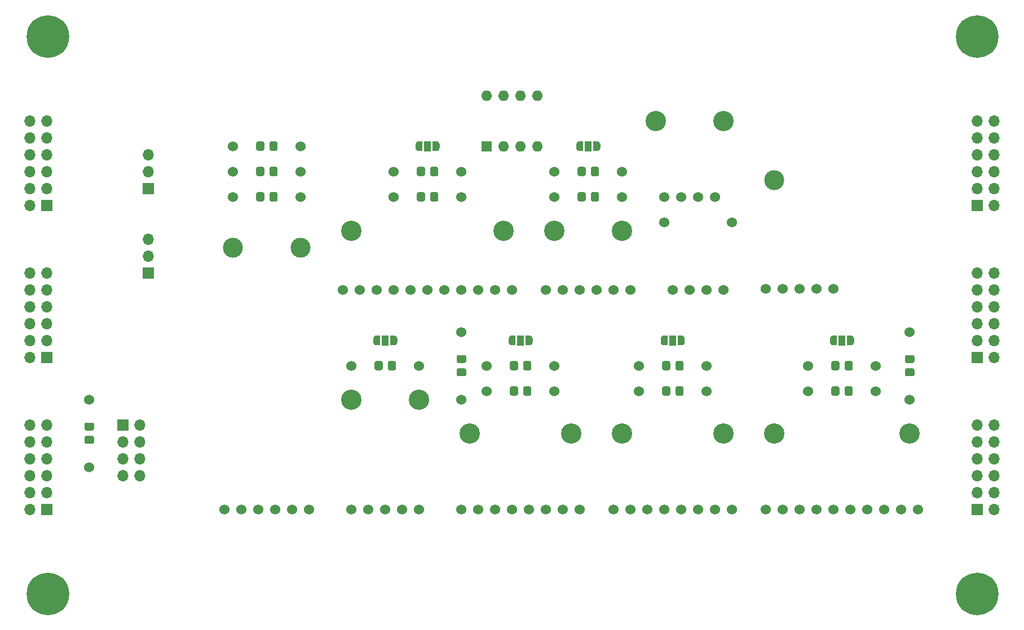
<source format=gbr>
%TF.GenerationSoftware,KiCad,Pcbnew,5.1.10*%
%TF.CreationDate,2021-12-30T14:02:32+01:00*%
%TF.ProjectId,modules_board,6d6f6475-6c65-4735-9f62-6f6172642e6b,rev?*%
%TF.SameCoordinates,Original*%
%TF.FileFunction,Soldermask,Top*%
%TF.FilePolarity,Negative*%
%FSLAX46Y46*%
G04 Gerber Fmt 4.6, Leading zero omitted, Abs format (unit mm)*
G04 Created by KiCad (PCBNEW 5.1.10) date 2021-12-30 14:02:32*
%MOMM*%
%LPD*%
G01*
G04 APERTURE LIST*
%ADD10C,0.800000*%
%ADD11C,6.400000*%
%ADD12O,1.700000X1.700000*%
%ADD13R,1.700000X1.700000*%
%ADD14C,1.524000*%
%ADD15R,1.000000X1.500000*%
%ADD16C,0.100000*%
%ADD17O,1.600000X1.600000*%
%ADD18R,1.600000X1.600000*%
%ADD19C,3.048000*%
%ADD20C,3.000000*%
G04 APERTURE END LIST*
D10*
%TO.C,H4*%
X204897056Y-130382944D03*
X203200000Y-129680000D03*
X201502944Y-130382944D03*
X200800000Y-132080000D03*
X201502944Y-133777056D03*
X203200000Y-134480000D03*
X204897056Y-133777056D03*
X205600000Y-132080000D03*
D11*
X203200000Y-132080000D03*
%TD*%
D10*
%TO.C,H3*%
X204897056Y-46562944D03*
X203200000Y-45860000D03*
X201502944Y-46562944D03*
X200800000Y-48260000D03*
X201502944Y-49957056D03*
X203200000Y-50660000D03*
X204897056Y-49957056D03*
X205600000Y-48260000D03*
D11*
X203200000Y-48260000D03*
%TD*%
D10*
%TO.C,H2*%
X65337056Y-130382944D03*
X63640000Y-129680000D03*
X61942944Y-130382944D03*
X61240000Y-132080000D03*
X61942944Y-133777056D03*
X63640000Y-134480000D03*
X65337056Y-133777056D03*
X66040000Y-132080000D03*
D11*
X63640000Y-132080000D03*
%TD*%
D10*
%TO.C,H1*%
X65337056Y-46562944D03*
X63640000Y-45860000D03*
X61942944Y-46562944D03*
X61240000Y-48260000D03*
X61942944Y-49957056D03*
X63640000Y-50660000D03*
X65337056Y-49957056D03*
X66040000Y-48260000D03*
D11*
X63640000Y-48260000D03*
%TD*%
D12*
%TO.C,J9*%
X205740000Y-60960000D03*
X203200000Y-60960000D03*
X205740000Y-63500000D03*
X203200000Y-63500000D03*
X205740000Y-66040000D03*
X203200000Y-66040000D03*
X205740000Y-68580000D03*
X203200000Y-68580000D03*
X205740000Y-71120000D03*
X203200000Y-71120000D03*
X205740000Y-73660000D03*
D13*
X203200000Y-73660000D03*
%TD*%
D12*
%TO.C,J8*%
X205740000Y-83820000D03*
X203200000Y-83820000D03*
X205740000Y-86360000D03*
X203200000Y-86360000D03*
X205740000Y-88900000D03*
X203200000Y-88900000D03*
X205740000Y-91440000D03*
X203200000Y-91440000D03*
X205740000Y-93980000D03*
X203200000Y-93980000D03*
X205740000Y-96520000D03*
D13*
X203200000Y-96520000D03*
%TD*%
D12*
%TO.C,J7*%
X205740000Y-106680000D03*
X203200000Y-106680000D03*
X205740000Y-109220000D03*
X203200000Y-109220000D03*
X205740000Y-111760000D03*
X203200000Y-111760000D03*
X205740000Y-114300000D03*
X203200000Y-114300000D03*
X205740000Y-116840000D03*
X203200000Y-116840000D03*
X205740000Y-119380000D03*
D13*
X203200000Y-119380000D03*
%TD*%
D14*
%TO.C,R17*%
X193040000Y-102870000D03*
X193040000Y-92710000D03*
G36*
G01*
X192589999Y-98190000D02*
X193490001Y-98190000D01*
G75*
G02*
X193740000Y-98439999I0J-249999D01*
G01*
X193740000Y-99140001D01*
G75*
G02*
X193490001Y-99390000I-249999J0D01*
G01*
X192589999Y-99390000D01*
G75*
G02*
X192340000Y-99140001I0J249999D01*
G01*
X192340000Y-98439999D01*
G75*
G02*
X192589999Y-98190000I249999J0D01*
G01*
G37*
G36*
G01*
X192589999Y-96190000D02*
X193490001Y-96190000D01*
G75*
G02*
X193740000Y-96439999I0J-249999D01*
G01*
X193740000Y-97140001D01*
G75*
G02*
X193490001Y-97390000I-249999J0D01*
G01*
X192589999Y-97390000D01*
G75*
G02*
X192340000Y-97140001I0J249999D01*
G01*
X192340000Y-96439999D01*
G75*
G02*
X192589999Y-96190000I249999J0D01*
G01*
G37*
%TD*%
D12*
%TO.C,J6*%
X78740000Y-66040000D03*
X78740000Y-68580000D03*
D13*
X78740000Y-71120000D03*
%TD*%
D12*
%TO.C,J5*%
X78740000Y-78740000D03*
X78740000Y-81280000D03*
D13*
X78740000Y-83820000D03*
%TD*%
D12*
%TO.C,J4*%
X77470000Y-114300000D03*
X74930000Y-114300000D03*
X77470000Y-111760000D03*
X74930000Y-111760000D03*
X77470000Y-109220000D03*
X74930000Y-109220000D03*
X77470000Y-106680000D03*
D13*
X74930000Y-106680000D03*
%TD*%
D14*
%TO.C,R16*%
X139700000Y-101600000D03*
X129540000Y-101600000D03*
G36*
G01*
X135020000Y-102050001D02*
X135020000Y-101149999D01*
G75*
G02*
X135269999Y-100900000I249999J0D01*
G01*
X135970001Y-100900000D01*
G75*
G02*
X136220000Y-101149999I0J-249999D01*
G01*
X136220000Y-102050001D01*
G75*
G02*
X135970001Y-102300000I-249999J0D01*
G01*
X135269999Y-102300000D01*
G75*
G02*
X135020000Y-102050001I0J249999D01*
G01*
G37*
G36*
G01*
X133020000Y-102050001D02*
X133020000Y-101149999D01*
G75*
G02*
X133269999Y-100900000I249999J0D01*
G01*
X133970001Y-100900000D01*
G75*
G02*
X134220000Y-101149999I0J-249999D01*
G01*
X134220000Y-102050001D01*
G75*
G02*
X133970001Y-102300000I-249999J0D01*
G01*
X133269999Y-102300000D01*
G75*
G02*
X133020000Y-102050001I0J249999D01*
G01*
G37*
%TD*%
%TO.C,R15*%
X125730000Y-68580000D03*
X115570000Y-68580000D03*
G36*
G01*
X121050000Y-69030001D02*
X121050000Y-68129999D01*
G75*
G02*
X121299999Y-67880000I249999J0D01*
G01*
X122000001Y-67880000D01*
G75*
G02*
X122250000Y-68129999I0J-249999D01*
G01*
X122250000Y-69030001D01*
G75*
G02*
X122000001Y-69280000I-249999J0D01*
G01*
X121299999Y-69280000D01*
G75*
G02*
X121050000Y-69030001I0J249999D01*
G01*
G37*
G36*
G01*
X119050000Y-69030001D02*
X119050000Y-68129999D01*
G75*
G02*
X119299999Y-67880000I249999J0D01*
G01*
X120000001Y-67880000D01*
G75*
G02*
X120250000Y-68129999I0J-249999D01*
G01*
X120250000Y-69030001D01*
G75*
G02*
X120000001Y-69280000I-249999J0D01*
G01*
X119299999Y-69280000D01*
G75*
G02*
X119050000Y-69030001I0J249999D01*
G01*
G37*
%TD*%
%TO.C,R14*%
X187960000Y-97790000D03*
X177800000Y-97790000D03*
G36*
G01*
X183280000Y-98240001D02*
X183280000Y-97339999D01*
G75*
G02*
X183529999Y-97090000I249999J0D01*
G01*
X184230001Y-97090000D01*
G75*
G02*
X184480000Y-97339999I0J-249999D01*
G01*
X184480000Y-98240001D01*
G75*
G02*
X184230001Y-98490000I-249999J0D01*
G01*
X183529999Y-98490000D01*
G75*
G02*
X183280000Y-98240001I0J249999D01*
G01*
G37*
G36*
G01*
X181280000Y-98240001D02*
X181280000Y-97339999D01*
G75*
G02*
X181529999Y-97090000I249999J0D01*
G01*
X182230001Y-97090000D01*
G75*
G02*
X182480000Y-97339999I0J-249999D01*
G01*
X182480000Y-98240001D01*
G75*
G02*
X182230001Y-98490000I-249999J0D01*
G01*
X181529999Y-98490000D01*
G75*
G02*
X181280000Y-98240001I0J249999D01*
G01*
G37*
%TD*%
%TO.C,R13*%
X149860000Y-68580000D03*
X139700000Y-68580000D03*
G36*
G01*
X145180000Y-69030001D02*
X145180000Y-68129999D01*
G75*
G02*
X145429999Y-67880000I249999J0D01*
G01*
X146130001Y-67880000D01*
G75*
G02*
X146380000Y-68129999I0J-249999D01*
G01*
X146380000Y-69030001D01*
G75*
G02*
X146130001Y-69280000I-249999J0D01*
G01*
X145429999Y-69280000D01*
G75*
G02*
X145180000Y-69030001I0J249999D01*
G01*
G37*
G36*
G01*
X143180000Y-69030001D02*
X143180000Y-68129999D01*
G75*
G02*
X143429999Y-67880000I249999J0D01*
G01*
X144130001Y-67880000D01*
G75*
G02*
X144380000Y-68129999I0J-249999D01*
G01*
X144380000Y-69030001D01*
G75*
G02*
X144130001Y-69280000I-249999J0D01*
G01*
X143429999Y-69280000D01*
G75*
G02*
X143180000Y-69030001I0J249999D01*
G01*
G37*
%TD*%
%TO.C,R12*%
X162560000Y-97790000D03*
X152400000Y-97790000D03*
G36*
G01*
X157880000Y-98240001D02*
X157880000Y-97339999D01*
G75*
G02*
X158129999Y-97090000I249999J0D01*
G01*
X158830001Y-97090000D01*
G75*
G02*
X159080000Y-97339999I0J-249999D01*
G01*
X159080000Y-98240001D01*
G75*
G02*
X158830001Y-98490000I-249999J0D01*
G01*
X158129999Y-98490000D01*
G75*
G02*
X157880000Y-98240001I0J249999D01*
G01*
G37*
G36*
G01*
X155880000Y-98240001D02*
X155880000Y-97339999D01*
G75*
G02*
X156129999Y-97090000I249999J0D01*
G01*
X156830001Y-97090000D01*
G75*
G02*
X157080000Y-97339999I0J-249999D01*
G01*
X157080000Y-98240001D01*
G75*
G02*
X156830001Y-98490000I-249999J0D01*
G01*
X156129999Y-98490000D01*
G75*
G02*
X155880000Y-98240001I0J249999D01*
G01*
G37*
%TD*%
%TO.C,R11*%
X125730000Y-102870000D03*
X125730000Y-92710000D03*
G36*
G01*
X125279999Y-98190000D02*
X126180001Y-98190000D01*
G75*
G02*
X126430000Y-98439999I0J-249999D01*
G01*
X126430000Y-99140001D01*
G75*
G02*
X126180001Y-99390000I-249999J0D01*
G01*
X125279999Y-99390000D01*
G75*
G02*
X125030000Y-99140001I0J249999D01*
G01*
X125030000Y-98439999D01*
G75*
G02*
X125279999Y-98190000I249999J0D01*
G01*
G37*
G36*
G01*
X125279999Y-96190000D02*
X126180001Y-96190000D01*
G75*
G02*
X126430000Y-96439999I0J-249999D01*
G01*
X126430000Y-97140001D01*
G75*
G02*
X126180001Y-97390000I-249999J0D01*
G01*
X125279999Y-97390000D01*
G75*
G02*
X125030000Y-97140001I0J249999D01*
G01*
X125030000Y-96439999D01*
G75*
G02*
X125279999Y-96190000I249999J0D01*
G01*
G37*
%TD*%
%TO.C,R10*%
X101600000Y-68580000D03*
X91440000Y-68580000D03*
G36*
G01*
X96920000Y-69030001D02*
X96920000Y-68129999D01*
G75*
G02*
X97169999Y-67880000I249999J0D01*
G01*
X97870001Y-67880000D01*
G75*
G02*
X98120000Y-68129999I0J-249999D01*
G01*
X98120000Y-69030001D01*
G75*
G02*
X97870001Y-69280000I-249999J0D01*
G01*
X97169999Y-69280000D01*
G75*
G02*
X96920000Y-69030001I0J249999D01*
G01*
G37*
G36*
G01*
X94920000Y-69030001D02*
X94920000Y-68129999D01*
G75*
G02*
X95169999Y-67880000I249999J0D01*
G01*
X95870001Y-67880000D01*
G75*
G02*
X96120000Y-68129999I0J-249999D01*
G01*
X96120000Y-69030001D01*
G75*
G02*
X95870001Y-69280000I-249999J0D01*
G01*
X95169999Y-69280000D01*
G75*
G02*
X94920000Y-69030001I0J249999D01*
G01*
G37*
%TD*%
%TO.C,R9*%
X187960000Y-101600000D03*
X177800000Y-101600000D03*
G36*
G01*
X183280000Y-102050001D02*
X183280000Y-101149999D01*
G75*
G02*
X183529999Y-100900000I249999J0D01*
G01*
X184230001Y-100900000D01*
G75*
G02*
X184480000Y-101149999I0J-249999D01*
G01*
X184480000Y-102050001D01*
G75*
G02*
X184230001Y-102300000I-249999J0D01*
G01*
X183529999Y-102300000D01*
G75*
G02*
X183280000Y-102050001I0J249999D01*
G01*
G37*
G36*
G01*
X181280000Y-102050001D02*
X181280000Y-101149999D01*
G75*
G02*
X181529999Y-100900000I249999J0D01*
G01*
X182230001Y-100900000D01*
G75*
G02*
X182480000Y-101149999I0J-249999D01*
G01*
X182480000Y-102050001D01*
G75*
G02*
X182230001Y-102300000I-249999J0D01*
G01*
X181529999Y-102300000D01*
G75*
G02*
X181280000Y-102050001I0J249999D01*
G01*
G37*
%TD*%
%TO.C,R8*%
X101600000Y-72390000D03*
X91440000Y-72390000D03*
G36*
G01*
X96920000Y-72840001D02*
X96920000Y-71939999D01*
G75*
G02*
X97169999Y-71690000I249999J0D01*
G01*
X97870001Y-71690000D01*
G75*
G02*
X98120000Y-71939999I0J-249999D01*
G01*
X98120000Y-72840001D01*
G75*
G02*
X97870001Y-73090000I-249999J0D01*
G01*
X97169999Y-73090000D01*
G75*
G02*
X96920000Y-72840001I0J249999D01*
G01*
G37*
G36*
G01*
X94920000Y-72840001D02*
X94920000Y-71939999D01*
G75*
G02*
X95169999Y-71690000I249999J0D01*
G01*
X95870001Y-71690000D01*
G75*
G02*
X96120000Y-71939999I0J-249999D01*
G01*
X96120000Y-72840001D01*
G75*
G02*
X95870001Y-73090000I-249999J0D01*
G01*
X95169999Y-73090000D01*
G75*
G02*
X94920000Y-72840001I0J249999D01*
G01*
G37*
%TD*%
%TO.C,R7*%
X125730000Y-72390000D03*
X115570000Y-72390000D03*
G36*
G01*
X121050000Y-72840001D02*
X121050000Y-71939999D01*
G75*
G02*
X121299999Y-71690000I249999J0D01*
G01*
X122000001Y-71690000D01*
G75*
G02*
X122250000Y-71939999I0J-249999D01*
G01*
X122250000Y-72840001D01*
G75*
G02*
X122000001Y-73090000I-249999J0D01*
G01*
X121299999Y-73090000D01*
G75*
G02*
X121050000Y-72840001I0J249999D01*
G01*
G37*
G36*
G01*
X119050000Y-72840001D02*
X119050000Y-71939999D01*
G75*
G02*
X119299999Y-71690000I249999J0D01*
G01*
X120000001Y-71690000D01*
G75*
G02*
X120250000Y-71939999I0J-249999D01*
G01*
X120250000Y-72840001D01*
G75*
G02*
X120000001Y-73090000I-249999J0D01*
G01*
X119299999Y-73090000D01*
G75*
G02*
X119050000Y-72840001I0J249999D01*
G01*
G37*
%TD*%
%TO.C,R6*%
X139700000Y-97790000D03*
X129540000Y-97790000D03*
G36*
G01*
X135020000Y-98240001D02*
X135020000Y-97339999D01*
G75*
G02*
X135269999Y-97090000I249999J0D01*
G01*
X135970001Y-97090000D01*
G75*
G02*
X136220000Y-97339999I0J-249999D01*
G01*
X136220000Y-98240001D01*
G75*
G02*
X135970001Y-98490000I-249999J0D01*
G01*
X135269999Y-98490000D01*
G75*
G02*
X135020000Y-98240001I0J249999D01*
G01*
G37*
G36*
G01*
X133020000Y-98240001D02*
X133020000Y-97339999D01*
G75*
G02*
X133269999Y-97090000I249999J0D01*
G01*
X133970001Y-97090000D01*
G75*
G02*
X134220000Y-97339999I0J-249999D01*
G01*
X134220000Y-98240001D01*
G75*
G02*
X133970001Y-98490000I-249999J0D01*
G01*
X133269999Y-98490000D01*
G75*
G02*
X133020000Y-98240001I0J249999D01*
G01*
G37*
%TD*%
%TO.C,R5*%
X109220000Y-97790000D03*
X119380000Y-97790000D03*
G36*
G01*
X113900000Y-97339999D02*
X113900000Y-98240001D01*
G75*
G02*
X113650001Y-98490000I-249999J0D01*
G01*
X112949999Y-98490000D01*
G75*
G02*
X112700000Y-98240001I0J249999D01*
G01*
X112700000Y-97339999D01*
G75*
G02*
X112949999Y-97090000I249999J0D01*
G01*
X113650001Y-97090000D01*
G75*
G02*
X113900000Y-97339999I0J-249999D01*
G01*
G37*
G36*
G01*
X115900000Y-97339999D02*
X115900000Y-98240001D01*
G75*
G02*
X115650001Y-98490000I-249999J0D01*
G01*
X114949999Y-98490000D01*
G75*
G02*
X114700000Y-98240001I0J249999D01*
G01*
X114700000Y-97339999D01*
G75*
G02*
X114949999Y-97090000I249999J0D01*
G01*
X115650001Y-97090000D01*
G75*
G02*
X115900000Y-97339999I0J-249999D01*
G01*
G37*
%TD*%
%TO.C,R4*%
X91440000Y-64770000D03*
X101600000Y-64770000D03*
G36*
G01*
X96120000Y-64319999D02*
X96120000Y-65220001D01*
G75*
G02*
X95870001Y-65470000I-249999J0D01*
G01*
X95169999Y-65470000D01*
G75*
G02*
X94920000Y-65220001I0J249999D01*
G01*
X94920000Y-64319999D01*
G75*
G02*
X95169999Y-64070000I249999J0D01*
G01*
X95870001Y-64070000D01*
G75*
G02*
X96120000Y-64319999I0J-249999D01*
G01*
G37*
G36*
G01*
X98120000Y-64319999D02*
X98120000Y-65220001D01*
G75*
G02*
X97870001Y-65470000I-249999J0D01*
G01*
X97169999Y-65470000D01*
G75*
G02*
X96920000Y-65220001I0J249999D01*
G01*
X96920000Y-64319999D01*
G75*
G02*
X97169999Y-64070000I249999J0D01*
G01*
X97870001Y-64070000D01*
G75*
G02*
X98120000Y-64319999I0J-249999D01*
G01*
G37*
%TD*%
%TO.C,R3*%
X149860000Y-72390000D03*
X139700000Y-72390000D03*
G36*
G01*
X145180000Y-72840001D02*
X145180000Y-71939999D01*
G75*
G02*
X145429999Y-71690000I249999J0D01*
G01*
X146130001Y-71690000D01*
G75*
G02*
X146380000Y-71939999I0J-249999D01*
G01*
X146380000Y-72840001D01*
G75*
G02*
X146130001Y-73090000I-249999J0D01*
G01*
X145429999Y-73090000D01*
G75*
G02*
X145180000Y-72840001I0J249999D01*
G01*
G37*
G36*
G01*
X143180000Y-72840001D02*
X143180000Y-71939999D01*
G75*
G02*
X143429999Y-71690000I249999J0D01*
G01*
X144130001Y-71690000D01*
G75*
G02*
X144380000Y-71939999I0J-249999D01*
G01*
X144380000Y-72840001D01*
G75*
G02*
X144130001Y-73090000I-249999J0D01*
G01*
X143429999Y-73090000D01*
G75*
G02*
X143180000Y-72840001I0J249999D01*
G01*
G37*
%TD*%
%TO.C,R2*%
X69850000Y-113030000D03*
X69850000Y-102870000D03*
G36*
G01*
X69399999Y-108350000D02*
X70300001Y-108350000D01*
G75*
G02*
X70550000Y-108599999I0J-249999D01*
G01*
X70550000Y-109300001D01*
G75*
G02*
X70300001Y-109550000I-249999J0D01*
G01*
X69399999Y-109550000D01*
G75*
G02*
X69150000Y-109300001I0J249999D01*
G01*
X69150000Y-108599999D01*
G75*
G02*
X69399999Y-108350000I249999J0D01*
G01*
G37*
G36*
G01*
X69399999Y-106350000D02*
X70300001Y-106350000D01*
G75*
G02*
X70550000Y-106599999I0J-249999D01*
G01*
X70550000Y-107300001D01*
G75*
G02*
X70300001Y-107550000I-249999J0D01*
G01*
X69399999Y-107550000D01*
G75*
G02*
X69150000Y-107300001I0J249999D01*
G01*
X69150000Y-106599999D01*
G75*
G02*
X69399999Y-106350000I249999J0D01*
G01*
G37*
%TD*%
%TO.C,R1*%
X162560000Y-101600000D03*
X152400000Y-101600000D03*
G36*
G01*
X157880000Y-102050001D02*
X157880000Y-101149999D01*
G75*
G02*
X158129999Y-100900000I249999J0D01*
G01*
X158830001Y-100900000D01*
G75*
G02*
X159080000Y-101149999I0J-249999D01*
G01*
X159080000Y-102050001D01*
G75*
G02*
X158830001Y-102300000I-249999J0D01*
G01*
X158129999Y-102300000D01*
G75*
G02*
X157880000Y-102050001I0J249999D01*
G01*
G37*
G36*
G01*
X155880000Y-102050001D02*
X155880000Y-101149999D01*
G75*
G02*
X156129999Y-100900000I249999J0D01*
G01*
X156830001Y-100900000D01*
G75*
G02*
X157080000Y-101149999I0J-249999D01*
G01*
X157080000Y-102050001D01*
G75*
G02*
X156830001Y-102300000I-249999J0D01*
G01*
X156129999Y-102300000D01*
G75*
G02*
X155880000Y-102050001I0J249999D01*
G01*
G37*
%TD*%
D15*
%TO.C,JP6*%
X120650000Y-64770000D03*
D16*
G36*
X121950000Y-64020602D02*
G01*
X121974534Y-64020602D01*
X122023365Y-64025412D01*
X122071490Y-64034984D01*
X122118445Y-64049228D01*
X122163778Y-64068005D01*
X122207051Y-64091136D01*
X122247850Y-64118396D01*
X122285779Y-64149524D01*
X122320476Y-64184221D01*
X122351604Y-64222150D01*
X122378864Y-64262949D01*
X122401995Y-64306222D01*
X122420772Y-64351555D01*
X122435016Y-64398510D01*
X122444588Y-64446635D01*
X122449398Y-64495466D01*
X122449398Y-64520000D01*
X122450000Y-64520000D01*
X122450000Y-65020000D01*
X122449398Y-65020000D01*
X122449398Y-65044534D01*
X122444588Y-65093365D01*
X122435016Y-65141490D01*
X122420772Y-65188445D01*
X122401995Y-65233778D01*
X122378864Y-65277051D01*
X122351604Y-65317850D01*
X122320476Y-65355779D01*
X122285779Y-65390476D01*
X122247850Y-65421604D01*
X122207051Y-65448864D01*
X122163778Y-65471995D01*
X122118445Y-65490772D01*
X122071490Y-65505016D01*
X122023365Y-65514588D01*
X121974534Y-65519398D01*
X121950000Y-65519398D01*
X121950000Y-65520000D01*
X121400000Y-65520000D01*
X121400000Y-64020000D01*
X121950000Y-64020000D01*
X121950000Y-64020602D01*
G37*
G36*
X119900000Y-65520000D02*
G01*
X119350000Y-65520000D01*
X119350000Y-65519398D01*
X119325466Y-65519398D01*
X119276635Y-65514588D01*
X119228510Y-65505016D01*
X119181555Y-65490772D01*
X119136222Y-65471995D01*
X119092949Y-65448864D01*
X119052150Y-65421604D01*
X119014221Y-65390476D01*
X118979524Y-65355779D01*
X118948396Y-65317850D01*
X118921136Y-65277051D01*
X118898005Y-65233778D01*
X118879228Y-65188445D01*
X118864984Y-65141490D01*
X118855412Y-65093365D01*
X118850602Y-65044534D01*
X118850602Y-65020000D01*
X118850000Y-65020000D01*
X118850000Y-64520000D01*
X118850602Y-64520000D01*
X118850602Y-64495466D01*
X118855412Y-64446635D01*
X118864984Y-64398510D01*
X118879228Y-64351555D01*
X118898005Y-64306222D01*
X118921136Y-64262949D01*
X118948396Y-64222150D01*
X118979524Y-64184221D01*
X119014221Y-64149524D01*
X119052150Y-64118396D01*
X119092949Y-64091136D01*
X119136222Y-64068005D01*
X119181555Y-64049228D01*
X119228510Y-64034984D01*
X119276635Y-64025412D01*
X119325466Y-64020602D01*
X119350000Y-64020602D01*
X119350000Y-64020000D01*
X119900000Y-64020000D01*
X119900000Y-65520000D01*
G37*
%TD*%
D15*
%TO.C,JP5*%
X182880000Y-93980000D03*
D16*
G36*
X184180000Y-93230602D02*
G01*
X184204534Y-93230602D01*
X184253365Y-93235412D01*
X184301490Y-93244984D01*
X184348445Y-93259228D01*
X184393778Y-93278005D01*
X184437051Y-93301136D01*
X184477850Y-93328396D01*
X184515779Y-93359524D01*
X184550476Y-93394221D01*
X184581604Y-93432150D01*
X184608864Y-93472949D01*
X184631995Y-93516222D01*
X184650772Y-93561555D01*
X184665016Y-93608510D01*
X184674588Y-93656635D01*
X184679398Y-93705466D01*
X184679398Y-93730000D01*
X184680000Y-93730000D01*
X184680000Y-94230000D01*
X184679398Y-94230000D01*
X184679398Y-94254534D01*
X184674588Y-94303365D01*
X184665016Y-94351490D01*
X184650772Y-94398445D01*
X184631995Y-94443778D01*
X184608864Y-94487051D01*
X184581604Y-94527850D01*
X184550476Y-94565779D01*
X184515779Y-94600476D01*
X184477850Y-94631604D01*
X184437051Y-94658864D01*
X184393778Y-94681995D01*
X184348445Y-94700772D01*
X184301490Y-94715016D01*
X184253365Y-94724588D01*
X184204534Y-94729398D01*
X184180000Y-94729398D01*
X184180000Y-94730000D01*
X183630000Y-94730000D01*
X183630000Y-93230000D01*
X184180000Y-93230000D01*
X184180000Y-93230602D01*
G37*
G36*
X182130000Y-94730000D02*
G01*
X181580000Y-94730000D01*
X181580000Y-94729398D01*
X181555466Y-94729398D01*
X181506635Y-94724588D01*
X181458510Y-94715016D01*
X181411555Y-94700772D01*
X181366222Y-94681995D01*
X181322949Y-94658864D01*
X181282150Y-94631604D01*
X181244221Y-94600476D01*
X181209524Y-94565779D01*
X181178396Y-94527850D01*
X181151136Y-94487051D01*
X181128005Y-94443778D01*
X181109228Y-94398445D01*
X181094984Y-94351490D01*
X181085412Y-94303365D01*
X181080602Y-94254534D01*
X181080602Y-94230000D01*
X181080000Y-94230000D01*
X181080000Y-93730000D01*
X181080602Y-93730000D01*
X181080602Y-93705466D01*
X181085412Y-93656635D01*
X181094984Y-93608510D01*
X181109228Y-93561555D01*
X181128005Y-93516222D01*
X181151136Y-93472949D01*
X181178396Y-93432150D01*
X181209524Y-93394221D01*
X181244221Y-93359524D01*
X181282150Y-93328396D01*
X181322949Y-93301136D01*
X181366222Y-93278005D01*
X181411555Y-93259228D01*
X181458510Y-93244984D01*
X181506635Y-93235412D01*
X181555466Y-93230602D01*
X181580000Y-93230602D01*
X181580000Y-93230000D01*
X182130000Y-93230000D01*
X182130000Y-94730000D01*
G37*
%TD*%
D15*
%TO.C,JP4*%
X144780000Y-64770000D03*
D16*
G36*
X146080000Y-64020602D02*
G01*
X146104534Y-64020602D01*
X146153365Y-64025412D01*
X146201490Y-64034984D01*
X146248445Y-64049228D01*
X146293778Y-64068005D01*
X146337051Y-64091136D01*
X146377850Y-64118396D01*
X146415779Y-64149524D01*
X146450476Y-64184221D01*
X146481604Y-64222150D01*
X146508864Y-64262949D01*
X146531995Y-64306222D01*
X146550772Y-64351555D01*
X146565016Y-64398510D01*
X146574588Y-64446635D01*
X146579398Y-64495466D01*
X146579398Y-64520000D01*
X146580000Y-64520000D01*
X146580000Y-65020000D01*
X146579398Y-65020000D01*
X146579398Y-65044534D01*
X146574588Y-65093365D01*
X146565016Y-65141490D01*
X146550772Y-65188445D01*
X146531995Y-65233778D01*
X146508864Y-65277051D01*
X146481604Y-65317850D01*
X146450476Y-65355779D01*
X146415779Y-65390476D01*
X146377850Y-65421604D01*
X146337051Y-65448864D01*
X146293778Y-65471995D01*
X146248445Y-65490772D01*
X146201490Y-65505016D01*
X146153365Y-65514588D01*
X146104534Y-65519398D01*
X146080000Y-65519398D01*
X146080000Y-65520000D01*
X145530000Y-65520000D01*
X145530000Y-64020000D01*
X146080000Y-64020000D01*
X146080000Y-64020602D01*
G37*
G36*
X144030000Y-65520000D02*
G01*
X143480000Y-65520000D01*
X143480000Y-65519398D01*
X143455466Y-65519398D01*
X143406635Y-65514588D01*
X143358510Y-65505016D01*
X143311555Y-65490772D01*
X143266222Y-65471995D01*
X143222949Y-65448864D01*
X143182150Y-65421604D01*
X143144221Y-65390476D01*
X143109524Y-65355779D01*
X143078396Y-65317850D01*
X143051136Y-65277051D01*
X143028005Y-65233778D01*
X143009228Y-65188445D01*
X142994984Y-65141490D01*
X142985412Y-65093365D01*
X142980602Y-65044534D01*
X142980602Y-65020000D01*
X142980000Y-65020000D01*
X142980000Y-64520000D01*
X142980602Y-64520000D01*
X142980602Y-64495466D01*
X142985412Y-64446635D01*
X142994984Y-64398510D01*
X143009228Y-64351555D01*
X143028005Y-64306222D01*
X143051136Y-64262949D01*
X143078396Y-64222150D01*
X143109524Y-64184221D01*
X143144221Y-64149524D01*
X143182150Y-64118396D01*
X143222949Y-64091136D01*
X143266222Y-64068005D01*
X143311555Y-64049228D01*
X143358510Y-64034984D01*
X143406635Y-64025412D01*
X143455466Y-64020602D01*
X143480000Y-64020602D01*
X143480000Y-64020000D01*
X144030000Y-64020000D01*
X144030000Y-65520000D01*
G37*
%TD*%
D15*
%TO.C,JP3*%
X157450000Y-93980000D03*
D16*
G36*
X158750000Y-93230602D02*
G01*
X158774534Y-93230602D01*
X158823365Y-93235412D01*
X158871490Y-93244984D01*
X158918445Y-93259228D01*
X158963778Y-93278005D01*
X159007051Y-93301136D01*
X159047850Y-93328396D01*
X159085779Y-93359524D01*
X159120476Y-93394221D01*
X159151604Y-93432150D01*
X159178864Y-93472949D01*
X159201995Y-93516222D01*
X159220772Y-93561555D01*
X159235016Y-93608510D01*
X159244588Y-93656635D01*
X159249398Y-93705466D01*
X159249398Y-93730000D01*
X159250000Y-93730000D01*
X159250000Y-94230000D01*
X159249398Y-94230000D01*
X159249398Y-94254534D01*
X159244588Y-94303365D01*
X159235016Y-94351490D01*
X159220772Y-94398445D01*
X159201995Y-94443778D01*
X159178864Y-94487051D01*
X159151604Y-94527850D01*
X159120476Y-94565779D01*
X159085779Y-94600476D01*
X159047850Y-94631604D01*
X159007051Y-94658864D01*
X158963778Y-94681995D01*
X158918445Y-94700772D01*
X158871490Y-94715016D01*
X158823365Y-94724588D01*
X158774534Y-94729398D01*
X158750000Y-94729398D01*
X158750000Y-94730000D01*
X158200000Y-94730000D01*
X158200000Y-93230000D01*
X158750000Y-93230000D01*
X158750000Y-93230602D01*
G37*
G36*
X156700000Y-94730000D02*
G01*
X156150000Y-94730000D01*
X156150000Y-94729398D01*
X156125466Y-94729398D01*
X156076635Y-94724588D01*
X156028510Y-94715016D01*
X155981555Y-94700772D01*
X155936222Y-94681995D01*
X155892949Y-94658864D01*
X155852150Y-94631604D01*
X155814221Y-94600476D01*
X155779524Y-94565779D01*
X155748396Y-94527850D01*
X155721136Y-94487051D01*
X155698005Y-94443778D01*
X155679228Y-94398445D01*
X155664984Y-94351490D01*
X155655412Y-94303365D01*
X155650602Y-94254534D01*
X155650602Y-94230000D01*
X155650000Y-94230000D01*
X155650000Y-93730000D01*
X155650602Y-93730000D01*
X155650602Y-93705466D01*
X155655412Y-93656635D01*
X155664984Y-93608510D01*
X155679228Y-93561555D01*
X155698005Y-93516222D01*
X155721136Y-93472949D01*
X155748396Y-93432150D01*
X155779524Y-93394221D01*
X155814221Y-93359524D01*
X155852150Y-93328396D01*
X155892949Y-93301136D01*
X155936222Y-93278005D01*
X155981555Y-93259228D01*
X156028510Y-93244984D01*
X156076635Y-93235412D01*
X156125466Y-93230602D01*
X156150000Y-93230602D01*
X156150000Y-93230000D01*
X156700000Y-93230000D01*
X156700000Y-94730000D01*
G37*
%TD*%
D15*
%TO.C,JP2*%
X134620000Y-93980000D03*
D16*
G36*
X135920000Y-93230602D02*
G01*
X135944534Y-93230602D01*
X135993365Y-93235412D01*
X136041490Y-93244984D01*
X136088445Y-93259228D01*
X136133778Y-93278005D01*
X136177051Y-93301136D01*
X136217850Y-93328396D01*
X136255779Y-93359524D01*
X136290476Y-93394221D01*
X136321604Y-93432150D01*
X136348864Y-93472949D01*
X136371995Y-93516222D01*
X136390772Y-93561555D01*
X136405016Y-93608510D01*
X136414588Y-93656635D01*
X136419398Y-93705466D01*
X136419398Y-93730000D01*
X136420000Y-93730000D01*
X136420000Y-94230000D01*
X136419398Y-94230000D01*
X136419398Y-94254534D01*
X136414588Y-94303365D01*
X136405016Y-94351490D01*
X136390772Y-94398445D01*
X136371995Y-94443778D01*
X136348864Y-94487051D01*
X136321604Y-94527850D01*
X136290476Y-94565779D01*
X136255779Y-94600476D01*
X136217850Y-94631604D01*
X136177051Y-94658864D01*
X136133778Y-94681995D01*
X136088445Y-94700772D01*
X136041490Y-94715016D01*
X135993365Y-94724588D01*
X135944534Y-94729398D01*
X135920000Y-94729398D01*
X135920000Y-94730000D01*
X135370000Y-94730000D01*
X135370000Y-93230000D01*
X135920000Y-93230000D01*
X135920000Y-93230602D01*
G37*
G36*
X133870000Y-94730000D02*
G01*
X133320000Y-94730000D01*
X133320000Y-94729398D01*
X133295466Y-94729398D01*
X133246635Y-94724588D01*
X133198510Y-94715016D01*
X133151555Y-94700772D01*
X133106222Y-94681995D01*
X133062949Y-94658864D01*
X133022150Y-94631604D01*
X132984221Y-94600476D01*
X132949524Y-94565779D01*
X132918396Y-94527850D01*
X132891136Y-94487051D01*
X132868005Y-94443778D01*
X132849228Y-94398445D01*
X132834984Y-94351490D01*
X132825412Y-94303365D01*
X132820602Y-94254534D01*
X132820602Y-94230000D01*
X132820000Y-94230000D01*
X132820000Y-93730000D01*
X132820602Y-93730000D01*
X132820602Y-93705466D01*
X132825412Y-93656635D01*
X132834984Y-93608510D01*
X132849228Y-93561555D01*
X132868005Y-93516222D01*
X132891136Y-93472949D01*
X132918396Y-93432150D01*
X132949524Y-93394221D01*
X132984221Y-93359524D01*
X133022150Y-93328396D01*
X133062949Y-93301136D01*
X133106222Y-93278005D01*
X133151555Y-93259228D01*
X133198510Y-93244984D01*
X133246635Y-93235412D01*
X133295466Y-93230602D01*
X133320000Y-93230602D01*
X133320000Y-93230000D01*
X133870000Y-93230000D01*
X133870000Y-94730000D01*
G37*
%TD*%
D15*
%TO.C,JP1*%
X114300000Y-93980000D03*
D16*
G36*
X115600000Y-93230602D02*
G01*
X115624534Y-93230602D01*
X115673365Y-93235412D01*
X115721490Y-93244984D01*
X115768445Y-93259228D01*
X115813778Y-93278005D01*
X115857051Y-93301136D01*
X115897850Y-93328396D01*
X115935779Y-93359524D01*
X115970476Y-93394221D01*
X116001604Y-93432150D01*
X116028864Y-93472949D01*
X116051995Y-93516222D01*
X116070772Y-93561555D01*
X116085016Y-93608510D01*
X116094588Y-93656635D01*
X116099398Y-93705466D01*
X116099398Y-93730000D01*
X116100000Y-93730000D01*
X116100000Y-94230000D01*
X116099398Y-94230000D01*
X116099398Y-94254534D01*
X116094588Y-94303365D01*
X116085016Y-94351490D01*
X116070772Y-94398445D01*
X116051995Y-94443778D01*
X116028864Y-94487051D01*
X116001604Y-94527850D01*
X115970476Y-94565779D01*
X115935779Y-94600476D01*
X115897850Y-94631604D01*
X115857051Y-94658864D01*
X115813778Y-94681995D01*
X115768445Y-94700772D01*
X115721490Y-94715016D01*
X115673365Y-94724588D01*
X115624534Y-94729398D01*
X115600000Y-94729398D01*
X115600000Y-94730000D01*
X115050000Y-94730000D01*
X115050000Y-93230000D01*
X115600000Y-93230000D01*
X115600000Y-93230602D01*
G37*
G36*
X113550000Y-94730000D02*
G01*
X113000000Y-94730000D01*
X113000000Y-94729398D01*
X112975466Y-94729398D01*
X112926635Y-94724588D01*
X112878510Y-94715016D01*
X112831555Y-94700772D01*
X112786222Y-94681995D01*
X112742949Y-94658864D01*
X112702150Y-94631604D01*
X112664221Y-94600476D01*
X112629524Y-94565779D01*
X112598396Y-94527850D01*
X112571136Y-94487051D01*
X112548005Y-94443778D01*
X112529228Y-94398445D01*
X112514984Y-94351490D01*
X112505412Y-94303365D01*
X112500602Y-94254534D01*
X112500602Y-94230000D01*
X112500000Y-94230000D01*
X112500000Y-93730000D01*
X112500602Y-93730000D01*
X112500602Y-93705466D01*
X112505412Y-93656635D01*
X112514984Y-93608510D01*
X112529228Y-93561555D01*
X112548005Y-93516222D01*
X112571136Y-93472949D01*
X112598396Y-93432150D01*
X112629524Y-93394221D01*
X112664221Y-93359524D01*
X112702150Y-93328396D01*
X112742949Y-93301136D01*
X112786222Y-93278005D01*
X112831555Y-93259228D01*
X112878510Y-93244984D01*
X112926635Y-93235412D01*
X112975466Y-93230602D01*
X113000000Y-93230602D01*
X113000000Y-93230000D01*
X113550000Y-93230000D01*
X113550000Y-94730000D01*
G37*
%TD*%
D17*
%TO.C,U11*%
X129540000Y-57150000D03*
X137160000Y-64770000D03*
X132080000Y-57150000D03*
X134620000Y-64770000D03*
X134620000Y-57150000D03*
X132080000Y-64770000D03*
X137160000Y-57150000D03*
D18*
X129540000Y-64770000D03*
%TD*%
D12*
%TO.C,J3*%
X60960000Y-60960000D03*
X63500000Y-60960000D03*
X60960000Y-63500000D03*
X63500000Y-63500000D03*
X60960000Y-66040000D03*
X63500000Y-66040000D03*
X60960000Y-68580000D03*
X63500000Y-68580000D03*
X60960000Y-71120000D03*
X63500000Y-71120000D03*
X60960000Y-73660000D03*
D13*
X63500000Y-73660000D03*
%TD*%
D12*
%TO.C,J2*%
X60960000Y-83820000D03*
X63500000Y-83820000D03*
X60960000Y-86360000D03*
X63500000Y-86360000D03*
X60960000Y-88900000D03*
X63500000Y-88900000D03*
X60960000Y-91440000D03*
X63500000Y-91440000D03*
X60960000Y-93980000D03*
X63500000Y-93980000D03*
X60960000Y-96520000D03*
D13*
X63500000Y-96520000D03*
%TD*%
D12*
%TO.C,J1*%
X60960000Y-106680000D03*
X63500000Y-106680000D03*
X60960000Y-109220000D03*
X63500000Y-109220000D03*
X60960000Y-111760000D03*
X63500000Y-111760000D03*
X60960000Y-114300000D03*
X63500000Y-114300000D03*
X60960000Y-116840000D03*
X63500000Y-116840000D03*
X60960000Y-119380000D03*
D13*
X63500000Y-119380000D03*
%TD*%
D19*
%TO.C,U10*%
X132080000Y-77470000D03*
X109220000Y-77470000D03*
D14*
X133350000Y-86360000D03*
X130810000Y-86360000D03*
X128270000Y-86360000D03*
X125730000Y-86360000D03*
X123190000Y-86360000D03*
X120650000Y-86360000D03*
X118110000Y-86360000D03*
X115570000Y-86360000D03*
X113030000Y-86360000D03*
X110490000Y-86360000D03*
X107950000Y-86360000D03*
%TD*%
D19*
%TO.C,U6*%
X142240000Y-107950000D03*
X127000000Y-107950000D03*
D14*
X143510000Y-119380000D03*
X140970000Y-119380000D03*
X138430000Y-119380000D03*
X135890000Y-119380000D03*
X133350000Y-119380000D03*
X130810000Y-119380000D03*
X128270000Y-119380000D03*
X125730000Y-119380000D03*
%TD*%
%TO.C,U9*%
X194310000Y-119380000D03*
X191770000Y-119380000D03*
D19*
X193040000Y-107950000D03*
X172720000Y-107950000D03*
D14*
X189230000Y-119380000D03*
X186690000Y-119380000D03*
X184150000Y-119380000D03*
X181610000Y-119380000D03*
X179070000Y-119380000D03*
X176530000Y-119380000D03*
X173990000Y-119380000D03*
X171450000Y-119380000D03*
%TD*%
D19*
%TO.C,U8*%
X149860000Y-77470000D03*
X139700000Y-77470000D03*
D14*
X151130000Y-86360000D03*
X148590000Y-86360000D03*
X146050000Y-86360000D03*
X143510000Y-86360000D03*
X140970000Y-86360000D03*
X138430000Y-86360000D03*
%TD*%
D19*
%TO.C,U7*%
X165100000Y-107950000D03*
X149860000Y-107950000D03*
D14*
X166370000Y-119380000D03*
X163830000Y-119380000D03*
X161290000Y-119380000D03*
X158750000Y-119380000D03*
X156210000Y-119380000D03*
X153670000Y-119380000D03*
X151130000Y-119380000D03*
X148590000Y-119380000D03*
%TD*%
D20*
%TO.C,U5*%
X101600000Y-80010000D03*
X91440000Y-80010000D03*
D14*
X102870000Y-119380000D03*
X100330000Y-119380000D03*
X97790000Y-119380000D03*
X95250000Y-119380000D03*
X92710000Y-119380000D03*
X90170000Y-119380000D03*
%TD*%
%TO.C,U4*%
X166370000Y-76200000D03*
X156210000Y-76200000D03*
X165100000Y-86360000D03*
X162560000Y-86360000D03*
X160020000Y-86360000D03*
X157480000Y-86360000D03*
%TD*%
D19*
%TO.C,U3*%
X165100000Y-60960000D03*
X154940000Y-60960000D03*
D14*
X156210000Y-72390000D03*
X163830000Y-72390000D03*
X161290000Y-72390000D03*
X158750000Y-72390000D03*
%TD*%
D19*
%TO.C,U2*%
X119380000Y-102870000D03*
X109220000Y-102870000D03*
D14*
X119380000Y-119380000D03*
X116840000Y-119380000D03*
X114300000Y-119380000D03*
X111760000Y-119380000D03*
X109220000Y-119380000D03*
%TD*%
D20*
%TO.C,U1*%
X172720000Y-69850000D03*
D14*
X181610000Y-86250000D03*
X179070000Y-86250000D03*
X176530000Y-86250000D03*
X173990000Y-86250000D03*
X171450000Y-86250000D03*
%TD*%
M02*

</source>
